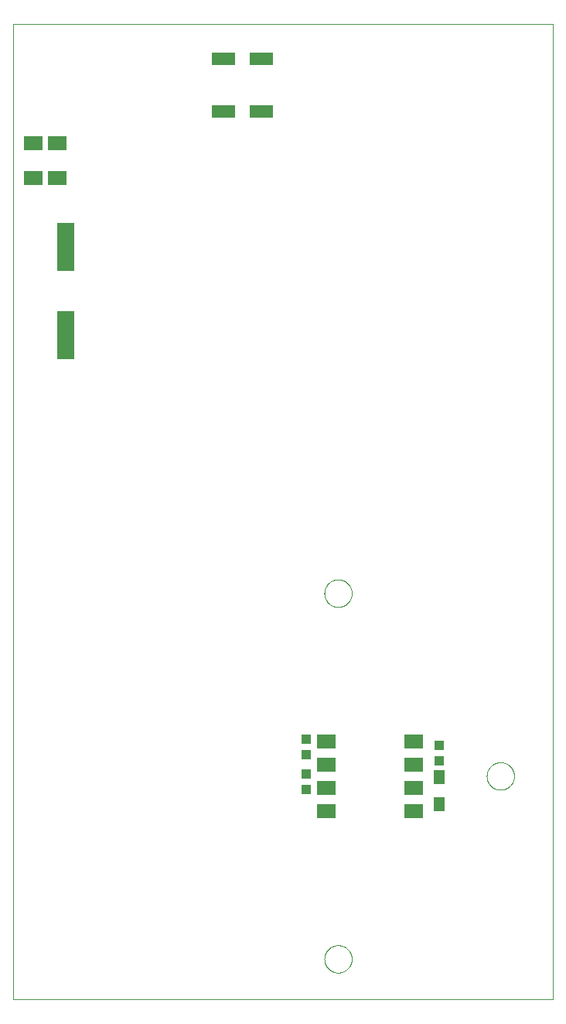
<source format=gbp>
G75*
%MOIN*%
%OFA0B0*%
%FSLAX25Y25*%
%IPPOS*%
%LPD*%
%AMOC8*
5,1,8,0,0,1.08239X$1,22.5*
%
%ADD10C,0.00000*%
%ADD11R,0.03937X0.04331*%
%ADD12R,0.07600X0.21000*%
%ADD13R,0.07874X0.06299*%
%ADD14R,0.07874X0.05906*%
%ADD15R,0.10236X0.05512*%
%ADD16R,0.04331X0.03937*%
%ADD17R,0.04724X0.05906*%
D10*
X0190643Y0043750D02*
X0423065Y0043750D01*
X0423065Y0463750D01*
X0190643Y0463750D01*
X0190643Y0043750D01*
X0324659Y0061250D02*
X0324661Y0061403D01*
X0324667Y0061557D01*
X0324677Y0061710D01*
X0324691Y0061862D01*
X0324709Y0062015D01*
X0324731Y0062166D01*
X0324756Y0062317D01*
X0324786Y0062468D01*
X0324820Y0062618D01*
X0324857Y0062766D01*
X0324898Y0062914D01*
X0324943Y0063060D01*
X0324992Y0063206D01*
X0325045Y0063350D01*
X0325101Y0063492D01*
X0325161Y0063633D01*
X0325225Y0063773D01*
X0325292Y0063911D01*
X0325363Y0064047D01*
X0325438Y0064181D01*
X0325515Y0064313D01*
X0325597Y0064443D01*
X0325681Y0064571D01*
X0325769Y0064697D01*
X0325860Y0064820D01*
X0325954Y0064941D01*
X0326052Y0065059D01*
X0326152Y0065175D01*
X0326256Y0065288D01*
X0326362Y0065399D01*
X0326471Y0065507D01*
X0326583Y0065612D01*
X0326697Y0065713D01*
X0326815Y0065812D01*
X0326934Y0065908D01*
X0327056Y0066001D01*
X0327181Y0066090D01*
X0327308Y0066177D01*
X0327437Y0066259D01*
X0327568Y0066339D01*
X0327701Y0066415D01*
X0327836Y0066488D01*
X0327973Y0066557D01*
X0328112Y0066622D01*
X0328252Y0066684D01*
X0328394Y0066742D01*
X0328537Y0066797D01*
X0328682Y0066848D01*
X0328828Y0066895D01*
X0328975Y0066938D01*
X0329123Y0066977D01*
X0329272Y0067013D01*
X0329422Y0067044D01*
X0329573Y0067072D01*
X0329724Y0067096D01*
X0329877Y0067116D01*
X0330029Y0067132D01*
X0330182Y0067144D01*
X0330335Y0067152D01*
X0330488Y0067156D01*
X0330642Y0067156D01*
X0330795Y0067152D01*
X0330948Y0067144D01*
X0331101Y0067132D01*
X0331253Y0067116D01*
X0331406Y0067096D01*
X0331557Y0067072D01*
X0331708Y0067044D01*
X0331858Y0067013D01*
X0332007Y0066977D01*
X0332155Y0066938D01*
X0332302Y0066895D01*
X0332448Y0066848D01*
X0332593Y0066797D01*
X0332736Y0066742D01*
X0332878Y0066684D01*
X0333018Y0066622D01*
X0333157Y0066557D01*
X0333294Y0066488D01*
X0333429Y0066415D01*
X0333562Y0066339D01*
X0333693Y0066259D01*
X0333822Y0066177D01*
X0333949Y0066090D01*
X0334074Y0066001D01*
X0334196Y0065908D01*
X0334315Y0065812D01*
X0334433Y0065713D01*
X0334547Y0065612D01*
X0334659Y0065507D01*
X0334768Y0065399D01*
X0334874Y0065288D01*
X0334978Y0065175D01*
X0335078Y0065059D01*
X0335176Y0064941D01*
X0335270Y0064820D01*
X0335361Y0064697D01*
X0335449Y0064571D01*
X0335533Y0064443D01*
X0335615Y0064313D01*
X0335692Y0064181D01*
X0335767Y0064047D01*
X0335838Y0063911D01*
X0335905Y0063773D01*
X0335969Y0063633D01*
X0336029Y0063492D01*
X0336085Y0063350D01*
X0336138Y0063206D01*
X0336187Y0063060D01*
X0336232Y0062914D01*
X0336273Y0062766D01*
X0336310Y0062618D01*
X0336344Y0062468D01*
X0336374Y0062317D01*
X0336399Y0062166D01*
X0336421Y0062015D01*
X0336439Y0061862D01*
X0336453Y0061710D01*
X0336463Y0061557D01*
X0336469Y0061403D01*
X0336471Y0061250D01*
X0336469Y0061097D01*
X0336463Y0060943D01*
X0336453Y0060790D01*
X0336439Y0060638D01*
X0336421Y0060485D01*
X0336399Y0060334D01*
X0336374Y0060183D01*
X0336344Y0060032D01*
X0336310Y0059882D01*
X0336273Y0059734D01*
X0336232Y0059586D01*
X0336187Y0059440D01*
X0336138Y0059294D01*
X0336085Y0059150D01*
X0336029Y0059008D01*
X0335969Y0058867D01*
X0335905Y0058727D01*
X0335838Y0058589D01*
X0335767Y0058453D01*
X0335692Y0058319D01*
X0335615Y0058187D01*
X0335533Y0058057D01*
X0335449Y0057929D01*
X0335361Y0057803D01*
X0335270Y0057680D01*
X0335176Y0057559D01*
X0335078Y0057441D01*
X0334978Y0057325D01*
X0334874Y0057212D01*
X0334768Y0057101D01*
X0334659Y0056993D01*
X0334547Y0056888D01*
X0334433Y0056787D01*
X0334315Y0056688D01*
X0334196Y0056592D01*
X0334074Y0056499D01*
X0333949Y0056410D01*
X0333822Y0056323D01*
X0333693Y0056241D01*
X0333562Y0056161D01*
X0333429Y0056085D01*
X0333294Y0056012D01*
X0333157Y0055943D01*
X0333018Y0055878D01*
X0332878Y0055816D01*
X0332736Y0055758D01*
X0332593Y0055703D01*
X0332448Y0055652D01*
X0332302Y0055605D01*
X0332155Y0055562D01*
X0332007Y0055523D01*
X0331858Y0055487D01*
X0331708Y0055456D01*
X0331557Y0055428D01*
X0331406Y0055404D01*
X0331253Y0055384D01*
X0331101Y0055368D01*
X0330948Y0055356D01*
X0330795Y0055348D01*
X0330642Y0055344D01*
X0330488Y0055344D01*
X0330335Y0055348D01*
X0330182Y0055356D01*
X0330029Y0055368D01*
X0329877Y0055384D01*
X0329724Y0055404D01*
X0329573Y0055428D01*
X0329422Y0055456D01*
X0329272Y0055487D01*
X0329123Y0055523D01*
X0328975Y0055562D01*
X0328828Y0055605D01*
X0328682Y0055652D01*
X0328537Y0055703D01*
X0328394Y0055758D01*
X0328252Y0055816D01*
X0328112Y0055878D01*
X0327973Y0055943D01*
X0327836Y0056012D01*
X0327701Y0056085D01*
X0327568Y0056161D01*
X0327437Y0056241D01*
X0327308Y0056323D01*
X0327181Y0056410D01*
X0327056Y0056499D01*
X0326934Y0056592D01*
X0326815Y0056688D01*
X0326697Y0056787D01*
X0326583Y0056888D01*
X0326471Y0056993D01*
X0326362Y0057101D01*
X0326256Y0057212D01*
X0326152Y0057325D01*
X0326052Y0057441D01*
X0325954Y0057559D01*
X0325860Y0057680D01*
X0325769Y0057803D01*
X0325681Y0057929D01*
X0325597Y0058057D01*
X0325515Y0058187D01*
X0325438Y0058319D01*
X0325363Y0058453D01*
X0325292Y0058589D01*
X0325225Y0058727D01*
X0325161Y0058867D01*
X0325101Y0059008D01*
X0325045Y0059150D01*
X0324992Y0059294D01*
X0324943Y0059440D01*
X0324898Y0059586D01*
X0324857Y0059734D01*
X0324820Y0059882D01*
X0324786Y0060032D01*
X0324756Y0060183D01*
X0324731Y0060334D01*
X0324709Y0060485D01*
X0324691Y0060638D01*
X0324677Y0060790D01*
X0324667Y0060943D01*
X0324661Y0061097D01*
X0324659Y0061250D01*
X0394659Y0140000D02*
X0394661Y0140153D01*
X0394667Y0140307D01*
X0394677Y0140460D01*
X0394691Y0140612D01*
X0394709Y0140765D01*
X0394731Y0140916D01*
X0394756Y0141067D01*
X0394786Y0141218D01*
X0394820Y0141368D01*
X0394857Y0141516D01*
X0394898Y0141664D01*
X0394943Y0141810D01*
X0394992Y0141956D01*
X0395045Y0142100D01*
X0395101Y0142242D01*
X0395161Y0142383D01*
X0395225Y0142523D01*
X0395292Y0142661D01*
X0395363Y0142797D01*
X0395438Y0142931D01*
X0395515Y0143063D01*
X0395597Y0143193D01*
X0395681Y0143321D01*
X0395769Y0143447D01*
X0395860Y0143570D01*
X0395954Y0143691D01*
X0396052Y0143809D01*
X0396152Y0143925D01*
X0396256Y0144038D01*
X0396362Y0144149D01*
X0396471Y0144257D01*
X0396583Y0144362D01*
X0396697Y0144463D01*
X0396815Y0144562D01*
X0396934Y0144658D01*
X0397056Y0144751D01*
X0397181Y0144840D01*
X0397308Y0144927D01*
X0397437Y0145009D01*
X0397568Y0145089D01*
X0397701Y0145165D01*
X0397836Y0145238D01*
X0397973Y0145307D01*
X0398112Y0145372D01*
X0398252Y0145434D01*
X0398394Y0145492D01*
X0398537Y0145547D01*
X0398682Y0145598D01*
X0398828Y0145645D01*
X0398975Y0145688D01*
X0399123Y0145727D01*
X0399272Y0145763D01*
X0399422Y0145794D01*
X0399573Y0145822D01*
X0399724Y0145846D01*
X0399877Y0145866D01*
X0400029Y0145882D01*
X0400182Y0145894D01*
X0400335Y0145902D01*
X0400488Y0145906D01*
X0400642Y0145906D01*
X0400795Y0145902D01*
X0400948Y0145894D01*
X0401101Y0145882D01*
X0401253Y0145866D01*
X0401406Y0145846D01*
X0401557Y0145822D01*
X0401708Y0145794D01*
X0401858Y0145763D01*
X0402007Y0145727D01*
X0402155Y0145688D01*
X0402302Y0145645D01*
X0402448Y0145598D01*
X0402593Y0145547D01*
X0402736Y0145492D01*
X0402878Y0145434D01*
X0403018Y0145372D01*
X0403157Y0145307D01*
X0403294Y0145238D01*
X0403429Y0145165D01*
X0403562Y0145089D01*
X0403693Y0145009D01*
X0403822Y0144927D01*
X0403949Y0144840D01*
X0404074Y0144751D01*
X0404196Y0144658D01*
X0404315Y0144562D01*
X0404433Y0144463D01*
X0404547Y0144362D01*
X0404659Y0144257D01*
X0404768Y0144149D01*
X0404874Y0144038D01*
X0404978Y0143925D01*
X0405078Y0143809D01*
X0405176Y0143691D01*
X0405270Y0143570D01*
X0405361Y0143447D01*
X0405449Y0143321D01*
X0405533Y0143193D01*
X0405615Y0143063D01*
X0405692Y0142931D01*
X0405767Y0142797D01*
X0405838Y0142661D01*
X0405905Y0142523D01*
X0405969Y0142383D01*
X0406029Y0142242D01*
X0406085Y0142100D01*
X0406138Y0141956D01*
X0406187Y0141810D01*
X0406232Y0141664D01*
X0406273Y0141516D01*
X0406310Y0141368D01*
X0406344Y0141218D01*
X0406374Y0141067D01*
X0406399Y0140916D01*
X0406421Y0140765D01*
X0406439Y0140612D01*
X0406453Y0140460D01*
X0406463Y0140307D01*
X0406469Y0140153D01*
X0406471Y0140000D01*
X0406469Y0139847D01*
X0406463Y0139693D01*
X0406453Y0139540D01*
X0406439Y0139388D01*
X0406421Y0139235D01*
X0406399Y0139084D01*
X0406374Y0138933D01*
X0406344Y0138782D01*
X0406310Y0138632D01*
X0406273Y0138484D01*
X0406232Y0138336D01*
X0406187Y0138190D01*
X0406138Y0138044D01*
X0406085Y0137900D01*
X0406029Y0137758D01*
X0405969Y0137617D01*
X0405905Y0137477D01*
X0405838Y0137339D01*
X0405767Y0137203D01*
X0405692Y0137069D01*
X0405615Y0136937D01*
X0405533Y0136807D01*
X0405449Y0136679D01*
X0405361Y0136553D01*
X0405270Y0136430D01*
X0405176Y0136309D01*
X0405078Y0136191D01*
X0404978Y0136075D01*
X0404874Y0135962D01*
X0404768Y0135851D01*
X0404659Y0135743D01*
X0404547Y0135638D01*
X0404433Y0135537D01*
X0404315Y0135438D01*
X0404196Y0135342D01*
X0404074Y0135249D01*
X0403949Y0135160D01*
X0403822Y0135073D01*
X0403693Y0134991D01*
X0403562Y0134911D01*
X0403429Y0134835D01*
X0403294Y0134762D01*
X0403157Y0134693D01*
X0403018Y0134628D01*
X0402878Y0134566D01*
X0402736Y0134508D01*
X0402593Y0134453D01*
X0402448Y0134402D01*
X0402302Y0134355D01*
X0402155Y0134312D01*
X0402007Y0134273D01*
X0401858Y0134237D01*
X0401708Y0134206D01*
X0401557Y0134178D01*
X0401406Y0134154D01*
X0401253Y0134134D01*
X0401101Y0134118D01*
X0400948Y0134106D01*
X0400795Y0134098D01*
X0400642Y0134094D01*
X0400488Y0134094D01*
X0400335Y0134098D01*
X0400182Y0134106D01*
X0400029Y0134118D01*
X0399877Y0134134D01*
X0399724Y0134154D01*
X0399573Y0134178D01*
X0399422Y0134206D01*
X0399272Y0134237D01*
X0399123Y0134273D01*
X0398975Y0134312D01*
X0398828Y0134355D01*
X0398682Y0134402D01*
X0398537Y0134453D01*
X0398394Y0134508D01*
X0398252Y0134566D01*
X0398112Y0134628D01*
X0397973Y0134693D01*
X0397836Y0134762D01*
X0397701Y0134835D01*
X0397568Y0134911D01*
X0397437Y0134991D01*
X0397308Y0135073D01*
X0397181Y0135160D01*
X0397056Y0135249D01*
X0396934Y0135342D01*
X0396815Y0135438D01*
X0396697Y0135537D01*
X0396583Y0135638D01*
X0396471Y0135743D01*
X0396362Y0135851D01*
X0396256Y0135962D01*
X0396152Y0136075D01*
X0396052Y0136191D01*
X0395954Y0136309D01*
X0395860Y0136430D01*
X0395769Y0136553D01*
X0395681Y0136679D01*
X0395597Y0136807D01*
X0395515Y0136937D01*
X0395438Y0137069D01*
X0395363Y0137203D01*
X0395292Y0137339D01*
X0395225Y0137477D01*
X0395161Y0137617D01*
X0395101Y0137758D01*
X0395045Y0137900D01*
X0394992Y0138044D01*
X0394943Y0138190D01*
X0394898Y0138336D01*
X0394857Y0138484D01*
X0394820Y0138632D01*
X0394786Y0138782D01*
X0394756Y0138933D01*
X0394731Y0139084D01*
X0394709Y0139235D01*
X0394691Y0139388D01*
X0394677Y0139540D01*
X0394667Y0139693D01*
X0394661Y0139847D01*
X0394659Y0140000D01*
X0324659Y0218750D02*
X0324661Y0218903D01*
X0324667Y0219057D01*
X0324677Y0219210D01*
X0324691Y0219362D01*
X0324709Y0219515D01*
X0324731Y0219666D01*
X0324756Y0219817D01*
X0324786Y0219968D01*
X0324820Y0220118D01*
X0324857Y0220266D01*
X0324898Y0220414D01*
X0324943Y0220560D01*
X0324992Y0220706D01*
X0325045Y0220850D01*
X0325101Y0220992D01*
X0325161Y0221133D01*
X0325225Y0221273D01*
X0325292Y0221411D01*
X0325363Y0221547D01*
X0325438Y0221681D01*
X0325515Y0221813D01*
X0325597Y0221943D01*
X0325681Y0222071D01*
X0325769Y0222197D01*
X0325860Y0222320D01*
X0325954Y0222441D01*
X0326052Y0222559D01*
X0326152Y0222675D01*
X0326256Y0222788D01*
X0326362Y0222899D01*
X0326471Y0223007D01*
X0326583Y0223112D01*
X0326697Y0223213D01*
X0326815Y0223312D01*
X0326934Y0223408D01*
X0327056Y0223501D01*
X0327181Y0223590D01*
X0327308Y0223677D01*
X0327437Y0223759D01*
X0327568Y0223839D01*
X0327701Y0223915D01*
X0327836Y0223988D01*
X0327973Y0224057D01*
X0328112Y0224122D01*
X0328252Y0224184D01*
X0328394Y0224242D01*
X0328537Y0224297D01*
X0328682Y0224348D01*
X0328828Y0224395D01*
X0328975Y0224438D01*
X0329123Y0224477D01*
X0329272Y0224513D01*
X0329422Y0224544D01*
X0329573Y0224572D01*
X0329724Y0224596D01*
X0329877Y0224616D01*
X0330029Y0224632D01*
X0330182Y0224644D01*
X0330335Y0224652D01*
X0330488Y0224656D01*
X0330642Y0224656D01*
X0330795Y0224652D01*
X0330948Y0224644D01*
X0331101Y0224632D01*
X0331253Y0224616D01*
X0331406Y0224596D01*
X0331557Y0224572D01*
X0331708Y0224544D01*
X0331858Y0224513D01*
X0332007Y0224477D01*
X0332155Y0224438D01*
X0332302Y0224395D01*
X0332448Y0224348D01*
X0332593Y0224297D01*
X0332736Y0224242D01*
X0332878Y0224184D01*
X0333018Y0224122D01*
X0333157Y0224057D01*
X0333294Y0223988D01*
X0333429Y0223915D01*
X0333562Y0223839D01*
X0333693Y0223759D01*
X0333822Y0223677D01*
X0333949Y0223590D01*
X0334074Y0223501D01*
X0334196Y0223408D01*
X0334315Y0223312D01*
X0334433Y0223213D01*
X0334547Y0223112D01*
X0334659Y0223007D01*
X0334768Y0222899D01*
X0334874Y0222788D01*
X0334978Y0222675D01*
X0335078Y0222559D01*
X0335176Y0222441D01*
X0335270Y0222320D01*
X0335361Y0222197D01*
X0335449Y0222071D01*
X0335533Y0221943D01*
X0335615Y0221813D01*
X0335692Y0221681D01*
X0335767Y0221547D01*
X0335838Y0221411D01*
X0335905Y0221273D01*
X0335969Y0221133D01*
X0336029Y0220992D01*
X0336085Y0220850D01*
X0336138Y0220706D01*
X0336187Y0220560D01*
X0336232Y0220414D01*
X0336273Y0220266D01*
X0336310Y0220118D01*
X0336344Y0219968D01*
X0336374Y0219817D01*
X0336399Y0219666D01*
X0336421Y0219515D01*
X0336439Y0219362D01*
X0336453Y0219210D01*
X0336463Y0219057D01*
X0336469Y0218903D01*
X0336471Y0218750D01*
X0336469Y0218597D01*
X0336463Y0218443D01*
X0336453Y0218290D01*
X0336439Y0218138D01*
X0336421Y0217985D01*
X0336399Y0217834D01*
X0336374Y0217683D01*
X0336344Y0217532D01*
X0336310Y0217382D01*
X0336273Y0217234D01*
X0336232Y0217086D01*
X0336187Y0216940D01*
X0336138Y0216794D01*
X0336085Y0216650D01*
X0336029Y0216508D01*
X0335969Y0216367D01*
X0335905Y0216227D01*
X0335838Y0216089D01*
X0335767Y0215953D01*
X0335692Y0215819D01*
X0335615Y0215687D01*
X0335533Y0215557D01*
X0335449Y0215429D01*
X0335361Y0215303D01*
X0335270Y0215180D01*
X0335176Y0215059D01*
X0335078Y0214941D01*
X0334978Y0214825D01*
X0334874Y0214712D01*
X0334768Y0214601D01*
X0334659Y0214493D01*
X0334547Y0214388D01*
X0334433Y0214287D01*
X0334315Y0214188D01*
X0334196Y0214092D01*
X0334074Y0213999D01*
X0333949Y0213910D01*
X0333822Y0213823D01*
X0333693Y0213741D01*
X0333562Y0213661D01*
X0333429Y0213585D01*
X0333294Y0213512D01*
X0333157Y0213443D01*
X0333018Y0213378D01*
X0332878Y0213316D01*
X0332736Y0213258D01*
X0332593Y0213203D01*
X0332448Y0213152D01*
X0332302Y0213105D01*
X0332155Y0213062D01*
X0332007Y0213023D01*
X0331858Y0212987D01*
X0331708Y0212956D01*
X0331557Y0212928D01*
X0331406Y0212904D01*
X0331253Y0212884D01*
X0331101Y0212868D01*
X0330948Y0212856D01*
X0330795Y0212848D01*
X0330642Y0212844D01*
X0330488Y0212844D01*
X0330335Y0212848D01*
X0330182Y0212856D01*
X0330029Y0212868D01*
X0329877Y0212884D01*
X0329724Y0212904D01*
X0329573Y0212928D01*
X0329422Y0212956D01*
X0329272Y0212987D01*
X0329123Y0213023D01*
X0328975Y0213062D01*
X0328828Y0213105D01*
X0328682Y0213152D01*
X0328537Y0213203D01*
X0328394Y0213258D01*
X0328252Y0213316D01*
X0328112Y0213378D01*
X0327973Y0213443D01*
X0327836Y0213512D01*
X0327701Y0213585D01*
X0327568Y0213661D01*
X0327437Y0213741D01*
X0327308Y0213823D01*
X0327181Y0213910D01*
X0327056Y0213999D01*
X0326934Y0214092D01*
X0326815Y0214188D01*
X0326697Y0214287D01*
X0326583Y0214388D01*
X0326471Y0214493D01*
X0326362Y0214601D01*
X0326256Y0214712D01*
X0326152Y0214825D01*
X0326052Y0214941D01*
X0325954Y0215059D01*
X0325860Y0215180D01*
X0325769Y0215303D01*
X0325681Y0215429D01*
X0325597Y0215557D01*
X0325515Y0215687D01*
X0325438Y0215819D01*
X0325363Y0215953D01*
X0325292Y0216089D01*
X0325225Y0216227D01*
X0325161Y0216367D01*
X0325101Y0216508D01*
X0325045Y0216650D01*
X0324992Y0216794D01*
X0324943Y0216940D01*
X0324898Y0217086D01*
X0324857Y0217234D01*
X0324820Y0217382D01*
X0324786Y0217532D01*
X0324756Y0217683D01*
X0324731Y0217834D01*
X0324709Y0217985D01*
X0324691Y0218138D01*
X0324677Y0218290D01*
X0324667Y0218443D01*
X0324661Y0218597D01*
X0324659Y0218750D01*
D11*
X0316815Y0155846D03*
X0316815Y0149154D03*
D12*
X0213065Y0329750D03*
X0213065Y0367750D03*
D13*
X0325535Y0155000D03*
X0325535Y0145000D03*
X0325535Y0135000D03*
X0325535Y0125000D03*
X0363094Y0125000D03*
X0363094Y0135000D03*
X0363094Y0145000D03*
X0363094Y0155000D03*
D14*
X0209433Y0397500D03*
X0199196Y0397500D03*
X0199196Y0412500D03*
X0209433Y0412500D03*
D15*
X0281244Y0426250D03*
X0297385Y0426250D03*
X0297385Y0448750D03*
X0281244Y0448750D03*
D16*
X0374315Y0153346D03*
X0374315Y0146654D03*
X0316815Y0140846D03*
X0316815Y0134154D03*
D17*
X0374315Y0139459D03*
X0374315Y0128041D03*
M02*

</source>
